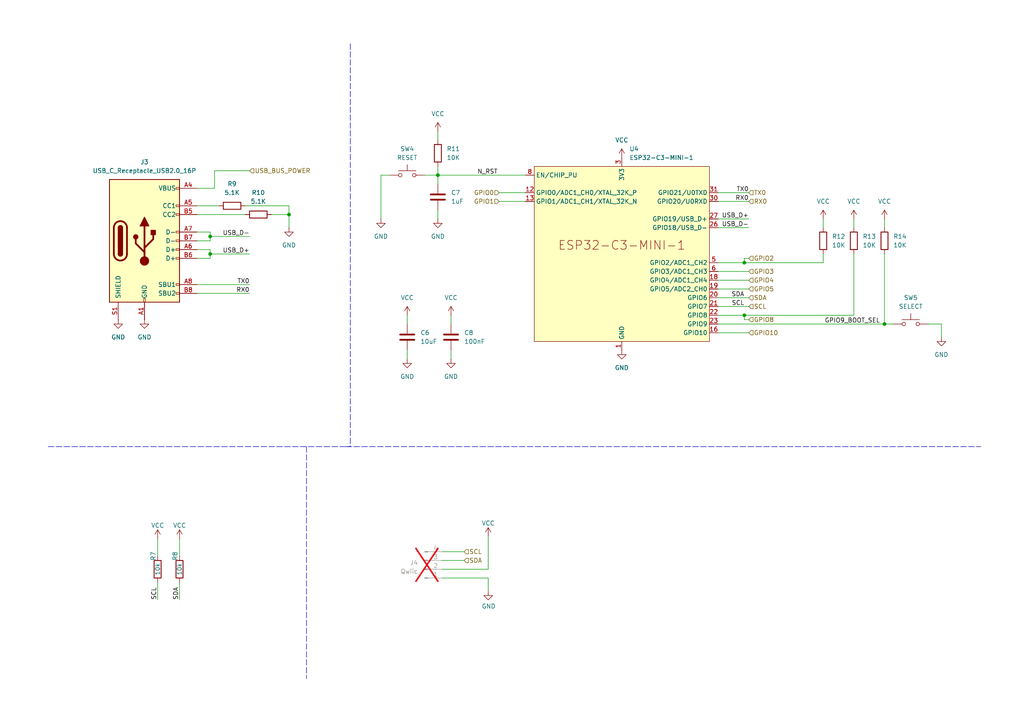
<source format=kicad_sch>
(kicad_sch (version 20231120) (generator "eeschema") (generator_version "8.0")
  (paper "A4")
  (title_block (title "ESP32-C3 mini module") (date "2024-05-26") (rev "1.0") (company "BornHack"))
  (lib_symbols
    (symbol "Connector:Conn_01x04_Male" (pin_names (offset 1.016) hide)
      (property "Reference" "J" (at 0 5.08 0))
      (property "Value" "Conn_01x04_Male" (at 0 -7.62 0))
      (symbol "Conn_01x04_Male_1_1"
        (polyline (pts (xy 1.27 -5.08) (xy 0.8636 -5.08)) (stroke (width 0.1524)))
        (polyline (pts (xy 1.27 -2.54) (xy 0.8636 -2.54)) (stroke (width 0.1524)))
        (polyline (pts (xy 1.27 0) (xy 0.8636 0)) (stroke (width 0.1524)))
        (polyline (pts (xy 1.27 2.54) (xy 0.8636 2.54)) (stroke (width 0.1524)))
        (rectangle (start 0.8636 -4.953) (end 0 -5.207) (stroke (width 0.1524)) (fill (type outline)))
        (rectangle (start 0.8636 -2.413) (end 0 -2.667) (stroke (width 0.1524)) (fill (type outline)))
        (rectangle (start 0.8636 0.127) (end 0 -0.127) (stroke (width 0.1524)) (fill (type outline)))
        (rectangle (start 0.8636 2.667) (end 0 2.413) (stroke (width 0.1524)) (fill (type outline)))
        (pin passive line (at 5.08 2.54 180) (length 3.81) (name "Pin_1") (number "1"))
        (pin passive line (at 5.08 0 180) (length 3.81) (name "Pin_2") (number "2"))
        (pin passive line (at 5.08 -2.54 180) (length 3.81) (name "Pin_3") (number "3"))
        (pin passive line (at 5.08 -5.08 180) (length 3.81) (name "Pin_4") (number "4"))
      )
    )
    (symbol "Connector:USB_C_Receptacle_USB2.0_16P" (pin_names (offset 1.016))
      (property "Reference" "J" (at 0 22.225 0))
      (property "Value" "USB_C_Receptacle_USB2.0_16P" (at 0 19.685 0))
      (symbol "USB_C_Receptacle_USB2.0_16P_0_0"
        (rectangle (start -0.254 -17.78) (end 0.254 -16.764))
        (rectangle (start 10.16 -14.986) (end 9.144 -15.494))
        (rectangle (start 10.16 -12.446) (end 9.144 -12.954))
        (rectangle (start 10.16 -4.826) (end 9.144 -5.334))
        (rectangle (start 10.16 -2.286) (end 9.144 -2.794))
        (rectangle (start 10.16 0.254) (end 9.144 -0.254))
        (rectangle (start 10.16 2.794) (end 9.144 2.286))
        (rectangle (start 10.16 7.874) (end 9.144 7.366))
        (rectangle (start 10.16 10.414) (end 9.144 9.906))
        (rectangle (start 10.16 15.494) (end 9.144 14.986))
      )
      (symbol "USB_C_Receptacle_USB2.0_16P_0_1"
        (rectangle (start -10.16 17.78) (end 10.16 -17.78) (stroke (width 0.254)) (fill (type background)))
        (arc (start -8.89 -3.81) (mid -6.985 -5.7067) (end -5.08 -3.81) (stroke (width 0.508)))
        (arc (start -7.62 -3.81) (mid -6.985 -4.4423) (end -6.35 -3.81) (stroke (width 0.254)))
        (arc (start -7.62 -3.81) (mid -6.985 -4.4423) (end -6.35 -3.81) (stroke (width 0.254)) (fill (type outline)))
        (rectangle (start -7.62 -3.81) (end -6.35 3.81) (stroke (width 0.254)) (fill (type outline)))
        (arc (start -6.35 3.81) (mid -6.985 4.4423) (end -7.62 3.81) (stroke (width 0.254)))
        (arc (start -6.35 3.81) (mid -6.985 4.4423) (end -7.62 3.81) (stroke (width 0.254)) (fill (type outline)))
        (arc (start -5.08 3.81) (mid -6.985 5.7067) (end -8.89 3.81) (stroke (width 0.508)))
        (circle (center -2.54 1.143) (radius 0.635) (stroke (width 0.254)) (fill (type outline)))
        (circle (center 0 -5.842) (radius 1.27) (fill (type outline)))
        (polyline (pts (xy -8.89 -3.81) (xy -8.89 3.81)) (stroke (width 0.508)))
        (polyline (pts (xy -5.08 3.81) (xy -5.08 -3.81)) (stroke (width 0.508)))
        (polyline (pts (xy 0 -5.842) (xy 0 4.318)) (stroke (width 0.508)))
        (polyline (pts (xy 0 -3.302) (xy -2.54 -0.762) (xy -2.54 0.508)) (stroke (width 0.508)))
        (polyline (pts (xy 0 -2.032) (xy 2.54 0.508) (xy 2.54 1.778)) (stroke (width 0.508)))
        (polyline (pts (xy -1.27 4.318) (xy 0 6.858) (xy 1.27 4.318) (xy -1.27 4.318)) (stroke (width 0.254)) (fill (type outline)))
        (rectangle (start 1.905 1.778) (end 3.175 3.048) (stroke (width 0.254)) (fill (type outline)))
      )
      (symbol "USB_C_Receptacle_USB2.0_16P_1_1"
        (pin passive line (at 0 -22.86 90) (length 5.08) (name "GND") (number "A1"))
        (pin passive line (at 0 -22.86 90) (length 5.08) hide (name "GND") (number "A12"))
        (pin passive line (at 15.24 15.24 180) (length 5.08) (name "VBUS") (number "A4"))
        (pin bidirectional line (at 15.24 10.16 180) (length 5.08) (name "CC1") (number "A5"))
        (pin bidirectional line (at 15.24 -2.54 180) (length 5.08) (name "D+") (number "A6"))
        (pin bidirectional line (at 15.24 2.54 180) (length 5.08) (name "D-") (number "A7"))
        (pin bidirectional line (at 15.24 -12.7 180) (length 5.08) (name "SBU1") (number "A8"))
        (pin passive line (at 15.24 15.24 180) (length 5.08) hide (name "VBUS") (number "A9"))
        (pin passive line (at 0 -22.86 90) (length 5.08) hide (name "GND") (number "B1"))
        (pin passive line (at 0 -22.86 90) (length 5.08) hide (name "GND") (number "B12"))
        (pin passive line (at 15.24 15.24 180) (length 5.08) hide (name "VBUS") (number "B4"))
        (pin bidirectional line (at 15.24 7.62 180) (length 5.08) (name "CC2") (number "B5"))
        (pin bidirectional line (at 15.24 -5.08 180) (length 5.08) (name "D+") (number "B6"))
        (pin bidirectional line (at 15.24 0 180) (length 5.08) (name "D-") (number "B7"))
        (pin bidirectional line (at 15.24 -15.24 180) (length 5.08) (name "SBU2") (number "B8"))
        (pin passive line (at 15.24 15.24 180) (length 5.08) hide (name "VBUS") (number "B9"))
        (pin passive line (at -7.62 -22.86 90) (length 5.08) (name "SHIELD") (number "S1"))
      )
    )
    (symbol "Device:C" (pin_numbers hide) (pin_names (offset 0.254))
      (property "Reference" "C" (at 0.635 2.54 0))
      (property "Value" "C" (at 0.635 -2.54 0))
      (symbol "C_0_1"
        (polyline (pts (xy -2.032 -0.762) (xy 2.032 -0.762)) (stroke (width 0.508)))
        (polyline (pts (xy -2.032 0.762) (xy 2.032 0.762)) (stroke (width 0.508)))
      )
      (symbol "C_1_1"
        (pin passive line (at 0 3.81 270) (length 2.794) (name "~") (number "1"))
        (pin passive line (at 0 -3.81 90) (length 2.794) (name "~") (number "2"))
      )
    )
    (symbol "Device:R" (pin_numbers hide) (pin_names (offset 0))
      (property "Reference" "R" (at 2.032 0 90))
      (property "Value" "R" (at 0 0 90))
      (symbol "R_0_1"
        (rectangle (start -1.016 -2.54) (end 1.016 2.54) (stroke (width 0.254)))
      )
      (symbol "R_1_1"
        (pin passive line (at 0 3.81 270) (length 1.27) (name "~") (number "1"))
        (pin passive line (at 0 -3.81 90) (length 1.27) (name "~") (number "2"))
      )
    )
    (symbol "PCM_Espressif:ESP32-C3-MINI-1"
      (property "Reference" "U" (at -25.4 30.48 0))
      (property "Value" "ESP32-C3-MINI-1" (at -25.4 27.94 0))
      (symbol "ESP32-C3-MINI-1_0_0"
        (text "ESP32-C3-MINI-1" (at 0 2.54 0) (effects (font (size 2.54 2.54))))
      )
      (symbol "ESP32-C3-MINI-1_0_1"
        (rectangle (start -25.4 25.4) (end 25.4 -25.4) (fill (type background)))
      )
      (symbol "ESP32-C3-MINI-1_1_1"
        (pin power_in line (at 0 -27.94 90) (length 2.54) (name "GND") (number "1"))
        (pin no_connect line (at -25.4 2.54 0) (length 2.54) hide (name "NC") (number "10"))
        (pin passive line (at 0 -27.94 90) (length 2.54) hide (name "GND") (number "11"))
        (pin bidirectional line (at -27.94 17.78 0) (length 2.54) (name "GPIO0/ADC1_CH0/XTAL_32K_P") (number "12"))
        (pin bidirectional line (at -27.94 15.24 0) (length 2.54) (name "GPIO1/ADC1_CH1/XTAL_32K_N") (number "13"))
        (pin passive line (at 0 -27.94 90) (length 2.54) hide (name "GND") (number "14"))
        (pin no_connect line (at -25.4 0 0) (length 2.54) hide (name "NC") (number "15"))
        (pin bidirectional line (at 27.94 -22.86 180) (length 2.54) (name "GPIO10") (number "16"))
        (pin no_connect line (at -25.4 -2.54 0) (length 2.54) hide (name "NC") (number "17"))
        (pin bidirectional line (at 27.94 -7.62 180) (length 2.54) (name "GPIO4/ADC1_CH4") (number "18"))
        (pin bidirectional line (at 27.94 -10.16 180) (length 2.54) (name "GPIO5/ADC2_CH0") (number "19"))
        (pin passive line (at 0 -27.94 90) (length 2.54) hide (name "GND") (number "2"))
        (pin bidirectional line (at 27.94 -12.7 180) (length 2.54) (name "GPIO6") (number "20"))
        (pin bidirectional line (at 27.94 -15.24 180) (length 2.54) (name "GPIO7") (number "21"))
        (pin bidirectional line (at 27.94 -17.78 180) (length 2.54) (name "GPIO8") (number "22"))
        (pin bidirectional line (at 27.94 -20.32 180) (length 2.54) (name "GPIO9") (number "23"))
        (pin no_connect line (at -25.4 -5.08 0) (length 2.54) hide (name "NC") (number "24"))
        (pin no_connect line (at -25.4 -7.62 0) (length 2.54) hide (name "NC") (number "25"))
        (pin bidirectional line (at 27.94 7.62 180) (length 2.54) (name "GPIO18/USB_D-") (number "26"))
        (pin bidirectional line (at 27.94 10.16 180) (length 2.54) (name "GPIO19/USB_D+") (number "27"))
        (pin no_connect line (at -25.4 -10.16 0) (length 2.54) hide (name "NC") (number "28"))
        (pin no_connect line (at -25.4 -12.7 0) (length 2.54) hide (name "NC") (number "29"))
        (pin power_in line (at 0 27.94 270) (length 2.54) (name "3V3") (number "3"))
        (pin bidirectional line (at 27.94 15.24 180) (length 2.54) (name "GPIO20/U0RXD") (number "30"))
        (pin bidirectional line (at 27.94 17.78 180) (length 2.54) (name "GPIO21/U0TXD") (number "31"))
        (pin no_connect line (at -25.4 -15.24 0) (length 2.54) hide (name "NC") (number "32"))
        (pin no_connect line (at -25.4 -17.78 0) (length 2.54) hide (name "NC") (number "33"))
        (pin no_connect line (at -25.4 -20.32 0) (length 2.54) hide (name "NC") (number "34"))
        (pin no_connect line (at -25.4 -22.86 0) (length 2.54) hide (name "NC") (number "35"))
        (pin passive line (at 0 -27.94 90) (length 2.54) hide (name "GND") (number "36"))
        (pin passive line (at 0 -27.94 90) (length 2.54) hide (name "GND") (number "37"))
        (pin passive line (at 0 -27.94 90) (length 2.54) hide (name "GND") (number "38"))
        (pin passive line (at 0 -27.94 90) (length 2.54) hide (name "GND") (number "39"))
        (pin no_connect line (at -25.4 10.16 0) (length 2.54) hide (name "NC") (number "4"))
        (pin passive line (at 0 -27.94 90) (length 2.54) hide (name "GND") (number "40"))
        (pin passive line (at 0 -27.94 90) (length 2.54) hide (name "GND") (number "41"))
        (pin passive line (at 0 -27.94 90) (length 2.54) hide (name "GND") (number "42"))
        (pin passive line (at 0 -27.94 90) (length 2.54) hide (name "GND") (number "43"))
        (pin passive line (at 0 -27.94 90) (length 2.54) hide (name "GND") (number "44"))
        (pin passive line (at 0 -27.94 90) (length 2.54) hide (name "GND") (number "45"))
        (pin passive line (at 0 -27.94 90) (length 2.54) hide (name "GND") (number "46"))
        (pin passive line (at 0 -27.94 90) (length 2.54) hide (name "GND") (number "47"))
        (pin passive line (at 0 -27.94 90) (length 2.54) hide (name "GND") (number "48"))
        (pin passive line (at 0 -27.94 90) (length 2.54) hide (name "GND") (number "49"))
        (pin bidirectional line (at 27.94 -2.54 180) (length 2.54) (name "GPIO2/ADC1_CH2") (number "5"))
        (pin passive line (at 0 -27.94 90) (length 2.54) hide (name "GND") (number "50"))
        (pin passive line (at 0 -27.94 90) (length 2.54) hide (name "GND") (number "51"))
        (pin passive line (at 0 -27.94 90) (length 2.54) hide (name "GND") (number "52"))
        (pin passive line (at 0 -27.94 90) (length 2.54) hide (name "GND") (number "53"))
        (pin bidirectional line (at 27.94 -5.08 180) (length 2.54) (name "GPIO3/ADC1_CH3") (number "6"))
        (pin no_connect line (at -25.4 7.62 0) (length 2.54) hide (name "NC") (number "7"))
        (pin input line (at -27.94 22.86 0) (length 2.54) (name "EN/CHIP_PU") (number "8"))
        (pin no_connect line (at -25.4 5.08 0) (length 2.54) hide (name "NC") (number "9"))
      )
    )
    (symbol "Switch:SW_Push" (pin_numbers hide) (pin_names (offset 1.016) hide)
      (property "Reference" "SW" (at 1.27 2.54 0))
      (property "Value" "SW_Push" (at 0 -1.524 0))
      (symbol "SW_Push_0_1"
        (circle (center -2.032 0) (radius 0.508))
        (polyline (pts (xy 0 1.27) (xy 0 3.048)))
        (polyline (pts (xy 2.54 1.27) (xy -2.54 1.27)))
        (circle (center 2.032 0) (radius 0.508))
        (pin passive line (at -5.08 0 0) (length 2.54) (name "1") (number "1"))
        (pin passive line (at 5.08 0 180) (length 2.54) (name "2") (number "2"))
      )
    )
    (symbol "charliedistance-rescue:R-device" (pin_numbers hide) (pin_names (offset 0))
      (property "Reference" "R" (at 2.032 0 90))
      (property "Value" "R-device" (at 0 0 90))
      (symbol "R-device_0_1"
        (rectangle (start -1.016 -2.54) (end 1.016 2.54) (stroke (width 0.254)))
      )
      (symbol "R-device_1_1"
        (pin passive line (at 0 3.81 270) (length 1.27) (name "~") (number "1"))
        (pin passive line (at 0 -3.81 90) (length 1.27) (name "~") (number "2"))
      )
    )
    (symbol "power:GND" (power) (pin_numbers hide) (pin_names (offset 0) hide)
      (property "Value" "GND" (at 0 -3.81 0))
      (symbol "GND_0_1"
        (polyline (pts (xy 0 0) (xy 0 -1.27) (xy 1.27 -1.27) (xy 0 -2.54) (xy -1.27 -1.27) (xy 0 -1.27)))
      )
      (symbol "GND_1_1"
        (pin power_in line (at 0 0 270) (length 0) (name "~") (number "1"))
      )
    )
    (symbol "power:VCC" (power) (pin_numbers hide) (pin_names (offset 0) hide)
      (property "Value" "VCC" (at 0 3.556 0))
      (symbol "VCC_0_1"
        (polyline (pts (xy -0.762 1.27) (xy 0 2.54)))
        (polyline (pts (xy 0 0) (xy 0 2.54)))
        (polyline (pts (xy 0 2.54) (xy 0.762 1.27)))
      )
      (symbol "VCC_1_1"
        (pin power_in line (at 0 0 90) (length 0) (name "~") (number "1"))
      )
    )
  )
  (junction (at 127 50.8))
  (junction (at 60.96 68.58))
  (junction (at 256.54 93.98))
  (junction (at 215.9 91.44))
  (junction (at 215.9 76.2))
  (junction (at 60.96 73.66))
  (junction (at 83.82 62.23))
  (wire (pts (xy 57.15 85.09) (xy 72.39 85.09)))
  (wire (pts (xy 141.605 155.575) (xy 141.605 165.1)))
  (wire (pts (xy 57.15 62.23) (xy 71.12 62.23)))
  (wire (pts (xy 78.74 62.23) (xy 83.82 62.23)))
  (wire (pts (xy 215.9 76.2) (xy 238.76 76.2)))
  (wire (pts (xy 238.76 63.5) (xy 238.76 66.04)))
  (wire (pts (xy 208.28 81.28) (xy 217.17 81.28)))
  (wire (pts (xy 127 50.8) (xy 152.4 50.8)))
  (wire (pts (xy 52.07 156.21) (xy 52.07 161.29)))
  (wire (pts (xy 144.78 58.42) (xy 152.4 58.42)))
  (wire (pts (xy 215.9 92.71) (xy 215.9 91.44)))
  (wire (pts (xy 45.72 168.91) (xy 45.72 173.99)))
  (wire (pts (xy 57.15 72.39) (xy 60.96 72.39)))
  (wire (pts (xy 256.54 73.66) (xy 256.54 93.98)))
  (wire (pts (xy 57.15 67.31) (xy 60.96 67.31)))
  (wire (pts (xy 269.24 93.98) (xy 273.05 93.98)))
  (wire (pts (xy 208.28 63.5) (xy 217.17 63.5)))
  (wire (pts (xy 247.65 91.44) (xy 247.65 73.66)))
  (wire (pts (xy 57.15 82.55) (xy 72.39 82.55)))
  (wire (pts (xy 52.07 168.91) (xy 52.07 173.99)))
  (wire (pts (xy 256.54 63.5) (xy 256.54 66.04)))
  (wire (pts (xy 127 48.26) (xy 127 50.8)))
  (wire (pts (xy 60.96 72.39) (xy 60.96 73.66)))
  (wire (pts (xy 60.96 69.85) (xy 60.96 68.58)))
  (wire (pts (xy 215.9 91.44) (xy 247.65 91.44)))
  (wire (pts (xy 127 50.8) (xy 127 53.34)))
  (wire (pts (xy 83.82 59.69) (xy 83.82 62.23)))
  (wire (pts (xy 57.15 74.93) (xy 60.96 74.93)))
  (wire (pts (xy 208.28 58.42) (xy 217.17 58.42)))
  (wire (pts (xy 208.28 96.52) (xy 217.17 96.52)))
  (wire (pts (xy 208.28 66.04) (xy 217.17 66.04)))
  (polyline (pts (xy 101.6 129.54) (xy 101.6 129.54)) (stroke (width 0) (type dash)))
  (wire (pts (xy 130.81 91.44) (xy 130.81 93.98)))
  (wire (pts (xy 247.65 63.5) (xy 247.65 66.04)))
  (polyline (pts (xy 88.9 129.54) (xy 88.9 196.85)) (stroke (width 0) (type dash)))
  (wire (pts (xy 256.54 93.98) (xy 259.08 93.98)))
  (wire (pts (xy 208.28 93.98) (xy 256.54 93.98)))
  (wire (pts (xy 273.05 93.98) (xy 273.05 97.79)))
  (wire (pts (xy 144.78 55.88) (xy 152.4 55.88)))
  (wire (pts (xy 128.27 165.1) (xy 141.605 165.1)))
  (wire (pts (xy 208.28 91.44) (xy 215.9 91.44)))
  (wire (pts (xy 45.72 156.21) (xy 45.72 161.29)))
  (wire (pts (xy 110.49 50.8) (xy 110.49 63.5)))
  (wire (pts (xy 130.81 101.6) (xy 130.81 104.14)))
  (wire (pts (xy 60.96 74.93) (xy 60.96 73.66)))
  (wire (pts (xy 127 60.96) (xy 127 63.5)))
  (wire (pts (xy 60.96 73.66) (xy 72.39 73.66)))
  (wire (pts (xy 128.27 162.56) (xy 134.62 162.56)))
  (polyline (pts (xy 13.97 129.54) (xy 101.6 129.54)) (stroke (width 0) (type dash)))
  (wire (pts (xy 60.96 67.31) (xy 60.96 68.58)))
  (wire (pts (xy 217.17 74.93) (xy 215.9 74.93)))
  (wire (pts (xy 83.82 62.23) (xy 83.82 66.04)))
  (wire (pts (xy 123.19 50.8) (xy 127 50.8)))
  (wire (pts (xy 208.28 55.88) (xy 217.17 55.88)))
  (wire (pts (xy 238.76 76.2) (xy 238.76 73.66)))
  (wire (pts (xy 118.11 101.6) (xy 118.11 104.14)))
  (wire (pts (xy 208.28 76.2) (xy 215.9 76.2)))
  (wire (pts (xy 113.03 50.8) (xy 110.49 50.8)))
  (wire (pts (xy 127 38.1) (xy 127 40.64)))
  (polyline (pts (xy 101.6 12.7) (xy 101.6 129.54)) (stroke (width 0) (type dash)))
  (wire (pts (xy 71.12 59.69) (xy 83.82 59.69)))
  (wire (pts (xy 208.28 83.82) (xy 217.17 83.82)))
  (wire (pts (xy 208.28 86.36) (xy 217.17 86.36)))
  (wire (pts (xy 128.27 160.02) (xy 134.62 160.02)))
  (wire (pts (xy 60.96 68.58) (xy 72.39 68.58)))
  (wire (pts (xy 215.9 74.93) (xy 215.9 76.2)))
  (wire (pts (xy 57.15 59.69) (xy 63.5 59.69)))
  (wire (pts (xy 57.15 54.61) (xy 62.23 54.61)))
  (wire (pts (xy 217.17 92.71) (xy 215.9 92.71)))
  (wire (pts (xy 62.23 54.61) (xy 62.23 49.53)))
  (polyline (pts (xy 100.33 129.54) (xy 284.48 129.54)) (stroke (width 0) (type dash)))
  (wire (pts (xy 57.15 69.85) (xy 60.96 69.85)))
  (wire (pts (xy 62.23 49.53) (xy 72.39 49.53)))
  (wire (pts (xy 141.605 167.64) (xy 141.605 171.45)))
  (wire (pts (xy 208.28 88.9) (xy 217.17 88.9)))
  (wire (pts (xy 128.27 167.64) (xy 141.605 167.64)))
  (wire (pts (xy 208.28 78.74) (xy 217.17 78.74)))
  (wire (pts (xy 118.11 91.44) (xy 118.11 93.98)))
  (label "SCL" (at 45.72 173.99 90))
  (label "SCL" (at 215.9 88.9 180))
  (label "TX0" (at 72.39 82.55 180))
  (label "N_RST" (at 138.43 50.8 0))
  (label "SDA" (at 52.07 173.99 90))
  (label "RX0" (at 217.17 58.42 180))
  (label "USB_D+" (at 72.39 73.66 180))
  (label "RX0" (at 72.39 85.09 180))
  (label "USB_D-" (at 72.39 68.58 180))
  (label "USB_D+" (at 217.17 63.5 180))
  (label "TX0" (at 217.17 55.88 180))
  (label "GPIO9_BOOT_SEL" (at 255.27 93.98 180))
  (label "USB_D-" (at 217.17 66.04 180))
  (label "SDA" (at 215.9 86.36 180))
  (hierarchical_label "SCL" (shape input) (at 217.17 88.9 0))
  (hierarchical_label "GPIO0" (shape input) (at 144.78 55.88 180))
  (hierarchical_label "GPIO3" (shape input) (at 217.17 78.74 0))
  (hierarchical_label "USB_BUS_POWER" (shape input) (at 72.39 49.53 0))
  (hierarchical_label "RX0" (shape input) (at 217.17 58.42 0))
  (hierarchical_label "GPIO10" (shape input) (at 217.17 96.52 0))
  (hierarchical_label "GPIO4" (shape input) (at 217.17 81.28 0))
  (hierarchical_label "SCL" (shape input) (at 134.62 160.02 0))
  (hierarchical_label "GPIO5" (shape input) (at 217.17 83.82 0))
  (hierarchical_label "SDA" (shape input) (at 134.62 162.56 0))
  (hierarchical_label "GPIO1" (shape input) (at 144.78 58.42 180))
  (hierarchical_label "TX0" (shape input) (at 217.17 55.88 0))
  (hierarchical_label "GPIO8" (shape input) (at 217.17 92.71 0))
  (hierarchical_label "SDA" (shape input) (at 217.17 86.36 0))
  (hierarchical_label "GPIO2" (shape input) (at 217.17 74.93 0))
  (symbol (lib_id "power:VCC") (at 118.11 91.44 0) (unit 1)
    (property "Reference" "#PWR028" (effects (hide yes)))
    (property "Value" "VCC" (at 118.11 86.36 0))
    (property "Description" "Power symbol creates a global label with name \"VCC\"" (effects (hide yes)))
  )
  (symbol (lib_id "power:VCC") (at 256.54 63.5 0) (unit 1)
    (property "Reference" "#PWR040" (effects (hide yes)))
    (property "Value" "VCC" (at 256.54 58.42 0))
    (property "Description" "Power symbol creates a global label with name \"VCC\"" (effects (hide yes)))
  )
  (symbol (lib_id "Connector:USB_C_Receptacle_USB2.0_16P") (at 41.91 69.85 0) (unit 1)
    (property "Reference" "J3" (at 41.91 46.99 0))
    (property "Value" "USB_C_Receptacle_USB2.0_16P" (at 41.91 49.53 0))
    (property "Footprint" "Connector_USB:USB_C_Receptacle_XKB_U262-16XN-4BVC11" (effects (hide yes)))
    (property "Datasheet" "https://www.usb.org/sites/default/files/documents/usb_type-c.zip" (effects (hide yes)))
    (property "Description" "USB 2.0-only 16P Type-C Receptacle connector" (effects (hide yes)))
  )
  (symbol (lib_id "Device:R") (at 67.31 59.69 90) (unit 1)
    (property "Reference" "R9" (at 67.31 53.34 90))
    (property "Value" "5.1K" (at 67.31 55.88 90))
    (property "Footprint" "Resistor_SMD:R_0603_1608Metric" (effects (hide yes)))
    (property "Description" "Resistor" (effects (hide yes)))
  )
  (symbol (lib_id "power:VCC") (at 238.76 63.5 0) (unit 1)
    (property "Reference" "#PWR038" (effects (hide yes)))
    (property "Value" "VCC" (at 238.76 58.42 0))
    (property "Description" "Power symbol creates a global label with name \"VCC\"" (effects (hide yes)))
  )
  (symbol (lib_id "power:GND") (at 118.11 104.14 0) (unit 1)
    (property "Reference" "#PWR029" (effects (hide yes)))
    (property "Value" "GND" (at 118.11 109.22 0))
    (property "Description" "Power symbol creates a global label with name \"GND\" , ground" (effects (hide yes)))
  )
  (symbol (lib_id "power:VCC") (at 141.605 155.575 0) (unit 1)
    (property "Reference" "#PWR034" (effects (hide yes)))
    (property "Value" "VCC" (at 141.605 151.765 0))
  )
  (symbol (lib_id "power:VCC") (at 247.65 63.5 0) (unit 1)
    (property "Reference" "#PWR039" (effects (hide yes)))
    (property "Value" "VCC" (at 247.65 58.42 0))
    (property "Description" "Power symbol creates a global label with name \"VCC\"" (effects (hide yes)))
  )
  (symbol (lib_id "power:GND") (at 34.29 92.71 0) (unit 1)
    (property "Reference" "#PWR022" (effects (hide yes)))
    (property "Value" "GND" (at 34.29 97.79 0))
    (property "Description" "Power symbol creates a global label with name \"GND\" , ground" (effects (hide yes)))
  )
  (symbol (lib_id "Switch:SW_Push") (at 118.11 50.8 0) (unit 1)
    (property "Reference" "SW4" (at 118.11 43.18 0))
    (property "Value" "RESET" (at 118.11 45.72 0))
    (property "Footprint" "Button_Switch_SMD:SW_SPST_TL3342" (effects (hide yes)))
    (property "Description" "Push button switch, generic, two pins" (effects (hide yes)))
  )
  (symbol (lib_id "power:GND") (at 41.91 92.71 0) (unit 1)
    (property "Reference" "#PWR023" (effects (hide yes)))
    (property "Value" "GND" (at 41.91 97.79 0))
    (property "Description" "Power symbol creates a global label with name \"GND\" , ground" (effects (hide yes)))
  )
  (symbol (lib_id "Device:R") (at 256.54 69.85 0) (unit 1)
    (property "Reference" "R14" (at 259.08 68.5799 0) (effects (justify left)))
    (property "Value" "10K" (at 259.08 71.1199 0) (effects (justify left)))
    (property "Footprint" "Resistor_SMD:R_0603_1608Metric" (effects (hide yes)))
    (property "Description" "Resistor" (effects (hide yes)))
  )
  (symbol (lib_id "power:GND") (at 83.82 66.04 0) (unit 1)
    (property "Reference" "#PWR026" (effects (hide yes)))
    (property "Value" "GND" (at 83.82 71.12 0))
    (property "Description" "Power symbol creates a global label with name \"GND\" , ground" (effects (hide yes)))
  )
  (symbol (lib_id "Switch:SW_Push") (at 264.16 93.98 0) (unit 1)
    (property "Reference" "SW5" (at 264.16 86.36 0))
    (property "Value" "SELECT" (at 264.16 88.9 0))
    (property "Footprint" "Button_Switch_SMD:SW_SPST_TL3342" (effects (hide yes)))
    (property "Description" "Push button switch, generic, two pins" (effects (hide yes)))
  )
  (symbol (lib_id "power:GND") (at 180.34 101.6 0) (unit 1)
    (property "Reference" "#PWR037" (effects (hide yes)))
    (property "Value" "GND" (at 180.34 106.68 0))
    (property "Description" "Power symbol creates a global label with name \"GND\" , ground" (effects (hide yes)))
  )
  (symbol (lib_id "Device:C") (at 130.81 97.79 0) (unit 1)
    (property "Reference" "C8" (at 134.62 96.5199 0) (effects (justify left)))
    (property "Value" "100nF" (at 134.62 99.0599 0) (effects (justify left)))
    (property "Footprint" "Capacitor_SMD:C_0603_1608Metric" (effects (hide yes)))
    (property "Description" "Unpolarized capacitor" (effects (hide yes)))
  )
  (symbol (lib_id "Device:R") (at 247.65 69.85 0) (unit 1)
    (property "Reference" "R13" (at 250.19 68.5799 0) (effects (justify left)))
    (property "Value" "10K" (at 250.19 71.1199 0) (effects (justify left)))
    (property "Footprint" "Resistor_SMD:R_0603_1608Metric" (effects (hide yes)))
    (property "Description" "Resistor" (effects (hide yes)))
  )
  (symbol (lib_id "power:GND") (at 110.49 63.5 0) (unit 1)
    (property "Reference" "#PWR027" (effects (hide yes)))
    (property "Value" "GND" (at 110.49 68.58 0))
    (property "Description" "Power symbol creates a global label with name \"GND\" , ground" (effects (hide yes)))
  )
  (symbol (lib_id "power:VCC") (at 45.72 156.21 0) (unit 1)
    (property "Reference" "#PWR024" (effects (hide yes)))
    (property "Value" "VCC" (at 45.72 152.4 0))
  )
  (symbol (lib_id "power:GND") (at 141.605 171.45 0) (unit 1)
    (property "Reference" "#PWR035" (effects (hide yes)))
    (property "Value" "GND" (at 141.732 175.8442 0))
  )
  (symbol (lib_id "power:VCC") (at 180.34 45.72 0) (unit 1)
    (property "Reference" "#PWR036" (effects (hide yes)))
    (property "Value" "VCC" (at 180.34 40.64 0))
    (property "Description" "Power symbol creates a global label with name \"VCC\"" (effects (hide yes)))
  )
  (symbol (lib_id "power:GND") (at 273.05 97.79 0) (unit 1)
    (property "Reference" "#PWR041" (effects (hide yes)))
    (property "Value" "GND" (at 273.05 102.87 0))
    (property "Description" "Power symbol creates a global label with name \"GND\" , ground" (effects (hide yes)))
  )
  (symbol (lib_id "power:VCC") (at 130.81 91.44 0) (unit 1)
    (property "Reference" "#PWR032" (effects (hide yes)))
    (property "Value" "VCC" (at 130.81 86.36 0))
    (property "Description" "Power symbol creates a global label with name \"VCC\"" (effects (hide yes)))
  )
  (symbol (lib_id "Device:C") (at 127 57.15 0) (unit 1)
    (property "Reference" "C7" (at 130.81 55.8799 0) (effects (justify left)))
    (property "Value" "1uF" (at 130.81 58.4199 0) (effects (justify left)))
    (property "Footprint" "Capacitor_SMD:C_0603_1608Metric" (effects (hide yes)))
    (property "Description" "Unpolarized capacitor" (effects (hide yes)))
  )
  (symbol (lib_id "charliedistance-rescue:R-device") (at 52.07 165.1 0) (unit 1)
    (property "Reference" "R8" (at 50.8 161.29 90))
    (property "Value" "10k" (at 52.07 165.1 90))
    (property "Footprint" "Resistor_SMD:R_0603_1608Metric" (effects (hide yes)))
  )
  (symbol (lib_id "power:GND") (at 127 63.5 0) (unit 1)
    (property "Reference" "#PWR031" (effects (hide yes)))
    (property "Value" "GND" (at 127 68.58 0))
    (property "Description" "Power symbol creates a global label with name \"GND\" , ground" (effects (hide yes)))
  )
  (symbol (lib_id "Device:R") (at 127 44.45 0) (unit 1)
    (property "Reference" "R11" (at 129.54 43.1799 0) (effects (justify left)))
    (property "Value" "10K" (at 129.54 45.7199 0) (effects (justify left)))
    (property "Footprint" "Resistor_SMD:R_0603_1608Metric" (effects (hide yes)))
    (property "Description" "Resistor" (effects (hide yes)))
  )
  (symbol (lib_id "power:GND") (at 130.81 104.14 0) (unit 1)
    (property "Reference" "#PWR033" (effects (hide yes)))
    (property "Value" "GND" (at 130.81 109.22 0))
    (property "Description" "Power symbol creates a global label with name \"GND\" , ground" (effects (hide yes)))
  )
  (symbol (lib_id "Connector:Conn_01x04_Male") (at 123.19 165.1 0) (mirror x) (unit 1) (in_bom no) (dnp yes)
    (property "Reference" "J4" (at 121.285 163.1949 0) (effects (justify right)))
    (property "Value" "Qwiic" (at 121.285 165.7349 0) (effects (justify right)))
    (property "Footprint" "Connector_JST:JST_SH_SM04B-SRSS-TB_1x04-1MP_P1.00mm_Horizontal" (effects (hide yes)))
  )
  (symbol (lib_id "PCM_Espressif:ESP32-C3-MINI-1") (at 180.34 73.66 0) (unit 1)
    (property "Reference" "U4" (at 182.5341 43.18 0) (effects (justify left)))
    (property "Value" "ESP32-C3-MINI-1" (at 182.5341 45.72 0) (effects (justify left)))
    (property "Footprint" "PCM_Espressif:ESP32-C3-MINI-1" (effects (hide yes)))
    (property "Datasheet" "https://www.espressif.com/sites/default/files/documentation/esp32-c3-mini-1_datasheet_en.pdf" (effects (hide yes)))
    (property "Description" "ESP32-C3-MINI-1 family is an ultra-low-power MCU-based SoC solution that supports 2.4 GHz Wi-Fi and Bluetooth®Low Energy (Bluetooth LE)." (effects (hide yes)))
  )
  (symbol (lib_id "power:VCC") (at 127 38.1 0) (unit 1)
    (property "Reference" "#PWR030" (effects (hide yes)))
    (property "Value" "VCC" (at 127 33.02 0))
    (property "Description" "Power symbol creates a global label with name \"VCC\"" (effects (hide yes)))
  )
  (symbol (lib_id "charliedistance-rescue:R-device") (at 45.72 165.1 0) (unit 1)
    (property "Reference" "R7" (at 44.45 161.29 90))
    (property "Value" "10k" (at 45.72 165.1 90))
    (property "Footprint" "Resistor_SMD:R_0603_1608Metric" (effects (hide yes)))
  )
  (symbol (lib_id "power:VCC") (at 52.07 156.21 0) (unit 1)
    (property "Reference" "#PWR025" (effects (hide yes)))
    (property "Value" "VCC" (at 52.07 152.4 0))
  )
  (symbol (lib_id "Device:C") (at 118.11 97.79 0) (unit 1)
    (property "Reference" "C6" (at 121.92 96.5199 0) (effects (justify left)))
    (property "Value" "10uF" (at 121.92 99.0599 0) (effects (justify left)))
    (property "Footprint" "Capacitor_SMD:C_0603_1608Metric" (effects (hide yes)))
    (property "Description" "Unpolarized capacitor" (effects (hide yes)))
  )
  (symbol (lib_id "Device:R") (at 74.93 62.23 90) (unit 1)
    (property "Reference" "R10" (at 74.93 55.88 90))
    (property "Value" "5.1K" (at 74.93 58.42 90))
    (property "Footprint" "Resistor_SMD:R_0603_1608Metric" (effects (hide yes)))
    (property "Description" "Resistor" (effects (hide yes)))
  )
  (symbol (lib_id "Device:R") (at 238.76 69.85 0) (unit 1)
    (property "Reference" "R12" (at 241.3 68.5799 0) (effects (justify left)))
    (property "Value" "10K" (at 241.3 71.1199 0) (effects (justify left)))
    (property "Footprint" "Resistor_SMD:R_0603_1608Metric" (effects (hide yes)))
    (property "Description" "Resistor" (effects (hide yes)))
  )
)
</source>
